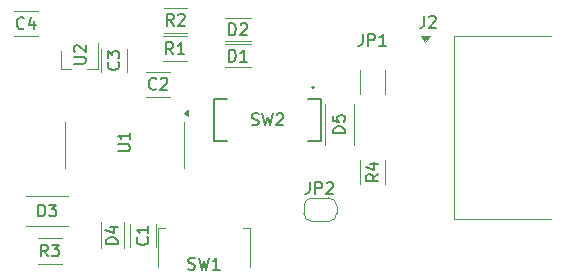
<source format=gbr>
%TF.GenerationSoftware,KiCad,Pcbnew,9.0.0*%
%TF.CreationDate,2025-04-06T18:56:11+05:30*%
%TF.ProjectId,FTDI-UPDI-CH340-Type-c,46544449-2d55-4504-9449-2d4348333430,rev?*%
%TF.SameCoordinates,Original*%
%TF.FileFunction,Legend,Top*%
%TF.FilePolarity,Positive*%
%FSLAX46Y46*%
G04 Gerber Fmt 4.6, Leading zero omitted, Abs format (unit mm)*
G04 Created by KiCad (PCBNEW 9.0.0) date 2025-04-06 18:56:11*
%MOMM*%
%LPD*%
G01*
G04 APERTURE LIST*
%ADD10C,0.150000*%
%ADD11C,0.100000*%
%ADD12C,0.120000*%
%ADD13C,0.127000*%
%ADD14C,0.200000*%
G04 APERTURE END LIST*
D10*
X161254987Y-87090424D02*
X161254987Y-87804709D01*
X161254987Y-87804709D02*
X161207368Y-87947566D01*
X161207368Y-87947566D02*
X161112130Y-88042805D01*
X161112130Y-88042805D02*
X160969273Y-88090424D01*
X160969273Y-88090424D02*
X160874035Y-88090424D01*
X161683559Y-87185662D02*
X161731178Y-87138043D01*
X161731178Y-87138043D02*
X161826416Y-87090424D01*
X161826416Y-87090424D02*
X162064511Y-87090424D01*
X162064511Y-87090424D02*
X162159749Y-87138043D01*
X162159749Y-87138043D02*
X162207368Y-87185662D01*
X162207368Y-87185662D02*
X162254987Y-87280900D01*
X162254987Y-87280900D02*
X162254987Y-87376138D01*
X162254987Y-87376138D02*
X162207368Y-87518995D01*
X162207368Y-87518995D02*
X161635940Y-88090424D01*
X161635940Y-88090424D02*
X162254987Y-88090424D01*
X137809108Y-105864611D02*
X137856728Y-105912230D01*
X137856728Y-105912230D02*
X137904347Y-106055087D01*
X137904347Y-106055087D02*
X137904347Y-106150325D01*
X137904347Y-106150325D02*
X137856728Y-106293182D01*
X137856728Y-106293182D02*
X137761489Y-106388420D01*
X137761489Y-106388420D02*
X137666251Y-106436039D01*
X137666251Y-106436039D02*
X137475775Y-106483658D01*
X137475775Y-106483658D02*
X137332918Y-106483658D01*
X137332918Y-106483658D02*
X137142442Y-106436039D01*
X137142442Y-106436039D02*
X137047204Y-106388420D01*
X137047204Y-106388420D02*
X136951966Y-106293182D01*
X136951966Y-106293182D02*
X136904347Y-106150325D01*
X136904347Y-106150325D02*
X136904347Y-106055087D01*
X136904347Y-106055087D02*
X136951966Y-105912230D01*
X136951966Y-105912230D02*
X136999585Y-105864611D01*
X137904347Y-104912230D02*
X137904347Y-105483658D01*
X137904347Y-105197944D02*
X136904347Y-105197944D01*
X136904347Y-105197944D02*
X137047204Y-105293182D01*
X137047204Y-105293182D02*
X137142442Y-105388420D01*
X137142442Y-105388420D02*
X137190061Y-105483658D01*
X138569800Y-93258774D02*
X138522181Y-93306394D01*
X138522181Y-93306394D02*
X138379324Y-93354013D01*
X138379324Y-93354013D02*
X138284086Y-93354013D01*
X138284086Y-93354013D02*
X138141229Y-93306394D01*
X138141229Y-93306394D02*
X138045991Y-93211155D01*
X138045991Y-93211155D02*
X137998372Y-93115917D01*
X137998372Y-93115917D02*
X137950753Y-92925441D01*
X137950753Y-92925441D02*
X137950753Y-92782584D01*
X137950753Y-92782584D02*
X137998372Y-92592108D01*
X137998372Y-92592108D02*
X138045991Y-92496870D01*
X138045991Y-92496870D02*
X138141229Y-92401632D01*
X138141229Y-92401632D02*
X138284086Y-92354013D01*
X138284086Y-92354013D02*
X138379324Y-92354013D01*
X138379324Y-92354013D02*
X138522181Y-92401632D01*
X138522181Y-92401632D02*
X138569800Y-92449251D01*
X138950753Y-92449251D02*
X138998372Y-92401632D01*
X138998372Y-92401632D02*
X139093610Y-92354013D01*
X139093610Y-92354013D02*
X139331705Y-92354013D01*
X139331705Y-92354013D02*
X139426943Y-92401632D01*
X139426943Y-92401632D02*
X139474562Y-92449251D01*
X139474562Y-92449251D02*
X139522181Y-92544489D01*
X139522181Y-92544489D02*
X139522181Y-92639727D01*
X139522181Y-92639727D02*
X139474562Y-92782584D01*
X139474562Y-92782584D02*
X138903134Y-93354013D01*
X138903134Y-93354013D02*
X139522181Y-93354013D01*
X129392299Y-107474099D02*
X129058966Y-106997908D01*
X128820871Y-107474099D02*
X128820871Y-106474099D01*
X128820871Y-106474099D02*
X129201823Y-106474099D01*
X129201823Y-106474099D02*
X129297061Y-106521718D01*
X129297061Y-106521718D02*
X129344680Y-106569337D01*
X129344680Y-106569337D02*
X129392299Y-106664575D01*
X129392299Y-106664575D02*
X129392299Y-106807432D01*
X129392299Y-106807432D02*
X129344680Y-106902670D01*
X129344680Y-106902670D02*
X129297061Y-106950289D01*
X129297061Y-106950289D02*
X129201823Y-106997908D01*
X129201823Y-106997908D02*
X128820871Y-106997908D01*
X129725633Y-106474099D02*
X130344680Y-106474099D01*
X130344680Y-106474099D02*
X130011347Y-106855051D01*
X130011347Y-106855051D02*
X130154204Y-106855051D01*
X130154204Y-106855051D02*
X130249442Y-106902670D01*
X130249442Y-106902670D02*
X130297061Y-106950289D01*
X130297061Y-106950289D02*
X130344680Y-107045527D01*
X130344680Y-107045527D02*
X130344680Y-107283622D01*
X130344680Y-107283622D02*
X130297061Y-107378860D01*
X130297061Y-107378860D02*
X130249442Y-107426480D01*
X130249442Y-107426480D02*
X130154204Y-107474099D01*
X130154204Y-107474099D02*
X129868490Y-107474099D01*
X129868490Y-107474099D02*
X129773252Y-107426480D01*
X129773252Y-107426480D02*
X129725633Y-107378860D01*
X139997448Y-90344112D02*
X139664115Y-89867921D01*
X139426020Y-90344112D02*
X139426020Y-89344112D01*
X139426020Y-89344112D02*
X139806972Y-89344112D01*
X139806972Y-89344112D02*
X139902210Y-89391731D01*
X139902210Y-89391731D02*
X139949829Y-89439350D01*
X139949829Y-89439350D02*
X139997448Y-89534588D01*
X139997448Y-89534588D02*
X139997448Y-89677445D01*
X139997448Y-89677445D02*
X139949829Y-89772683D01*
X139949829Y-89772683D02*
X139902210Y-89820302D01*
X139902210Y-89820302D02*
X139806972Y-89867921D01*
X139806972Y-89867921D02*
X139426020Y-89867921D01*
X140949829Y-90344112D02*
X140378401Y-90344112D01*
X140664115Y-90344112D02*
X140664115Y-89344112D01*
X140664115Y-89344112D02*
X140568877Y-89486969D01*
X140568877Y-89486969D02*
X140473639Y-89582207D01*
X140473639Y-89582207D02*
X140378401Y-89629826D01*
X146660257Y-96315967D02*
X146803114Y-96363586D01*
X146803114Y-96363586D02*
X147041209Y-96363586D01*
X147041209Y-96363586D02*
X147136447Y-96315967D01*
X147136447Y-96315967D02*
X147184066Y-96268347D01*
X147184066Y-96268347D02*
X147231685Y-96173109D01*
X147231685Y-96173109D02*
X147231685Y-96077871D01*
X147231685Y-96077871D02*
X147184066Y-95982633D01*
X147184066Y-95982633D02*
X147136447Y-95935014D01*
X147136447Y-95935014D02*
X147041209Y-95887395D01*
X147041209Y-95887395D02*
X146850733Y-95839776D01*
X146850733Y-95839776D02*
X146755495Y-95792157D01*
X146755495Y-95792157D02*
X146707876Y-95744538D01*
X146707876Y-95744538D02*
X146660257Y-95649300D01*
X146660257Y-95649300D02*
X146660257Y-95554062D01*
X146660257Y-95554062D02*
X146707876Y-95458824D01*
X146707876Y-95458824D02*
X146755495Y-95411205D01*
X146755495Y-95411205D02*
X146850733Y-95363586D01*
X146850733Y-95363586D02*
X147088828Y-95363586D01*
X147088828Y-95363586D02*
X147231685Y-95411205D01*
X147565019Y-95363586D02*
X147803114Y-96363586D01*
X147803114Y-96363586D02*
X147993590Y-95649300D01*
X147993590Y-95649300D02*
X148184066Y-96363586D01*
X148184066Y-96363586D02*
X148422162Y-95363586D01*
X148755495Y-95458824D02*
X148803114Y-95411205D01*
X148803114Y-95411205D02*
X148898352Y-95363586D01*
X148898352Y-95363586D02*
X149136447Y-95363586D01*
X149136447Y-95363586D02*
X149231685Y-95411205D01*
X149231685Y-95411205D02*
X149279304Y-95458824D01*
X149279304Y-95458824D02*
X149326923Y-95554062D01*
X149326923Y-95554062D02*
X149326923Y-95649300D01*
X149326923Y-95649300D02*
X149279304Y-95792157D01*
X149279304Y-95792157D02*
X148707876Y-96363586D01*
X148707876Y-96363586D02*
X149326923Y-96363586D01*
X154530609Y-97036227D02*
X153530609Y-97036227D01*
X153530609Y-97036227D02*
X153530609Y-96798132D01*
X153530609Y-96798132D02*
X153578228Y-96655275D01*
X153578228Y-96655275D02*
X153673466Y-96560037D01*
X153673466Y-96560037D02*
X153768704Y-96512418D01*
X153768704Y-96512418D02*
X153959180Y-96464799D01*
X153959180Y-96464799D02*
X154102037Y-96464799D01*
X154102037Y-96464799D02*
X154292513Y-96512418D01*
X154292513Y-96512418D02*
X154387751Y-96560037D01*
X154387751Y-96560037D02*
X154482990Y-96655275D01*
X154482990Y-96655275D02*
X154530609Y-96798132D01*
X154530609Y-96798132D02*
X154530609Y-97036227D01*
X153530609Y-95560037D02*
X153530609Y-96036227D01*
X153530609Y-96036227D02*
X154006799Y-96083846D01*
X154006799Y-96083846D02*
X153959180Y-96036227D01*
X153959180Y-96036227D02*
X153911561Y-95940989D01*
X153911561Y-95940989D02*
X153911561Y-95702894D01*
X153911561Y-95702894D02*
X153959180Y-95607656D01*
X153959180Y-95607656D02*
X154006799Y-95560037D01*
X154006799Y-95560037D02*
X154102037Y-95512418D01*
X154102037Y-95512418D02*
X154340132Y-95512418D01*
X154340132Y-95512418D02*
X154435370Y-95560037D01*
X154435370Y-95560037D02*
X154482990Y-95607656D01*
X154482990Y-95607656D02*
X154530609Y-95702894D01*
X154530609Y-95702894D02*
X154530609Y-95940989D01*
X154530609Y-95940989D02*
X154482990Y-96036227D01*
X154482990Y-96036227D02*
X154435370Y-96083846D01*
X131598967Y-91150056D02*
X132408490Y-91150056D01*
X132408490Y-91150056D02*
X132503728Y-91102437D01*
X132503728Y-91102437D02*
X132551348Y-91054818D01*
X132551348Y-91054818D02*
X132598967Y-90959580D01*
X132598967Y-90959580D02*
X132598967Y-90769104D01*
X132598967Y-90769104D02*
X132551348Y-90673866D01*
X132551348Y-90673866D02*
X132503728Y-90626247D01*
X132503728Y-90626247D02*
X132408490Y-90578628D01*
X132408490Y-90578628D02*
X131598967Y-90578628D01*
X131694205Y-90150056D02*
X131646586Y-90102437D01*
X131646586Y-90102437D02*
X131598967Y-90007199D01*
X131598967Y-90007199D02*
X131598967Y-89769104D01*
X131598967Y-89769104D02*
X131646586Y-89673866D01*
X131646586Y-89673866D02*
X131694205Y-89626247D01*
X131694205Y-89626247D02*
X131789443Y-89578628D01*
X131789443Y-89578628D02*
X131884681Y-89578628D01*
X131884681Y-89578628D02*
X132027538Y-89626247D01*
X132027538Y-89626247D02*
X132598967Y-90197675D01*
X132598967Y-90197675D02*
X132598967Y-89578628D01*
X144741053Y-90971769D02*
X144741053Y-89971769D01*
X144741053Y-89971769D02*
X144979148Y-89971769D01*
X144979148Y-89971769D02*
X145122005Y-90019388D01*
X145122005Y-90019388D02*
X145217243Y-90114626D01*
X145217243Y-90114626D02*
X145264862Y-90209864D01*
X145264862Y-90209864D02*
X145312481Y-90400340D01*
X145312481Y-90400340D02*
X145312481Y-90543197D01*
X145312481Y-90543197D02*
X145264862Y-90733673D01*
X145264862Y-90733673D02*
X145217243Y-90828911D01*
X145217243Y-90828911D02*
X145122005Y-90924150D01*
X145122005Y-90924150D02*
X144979148Y-90971769D01*
X144979148Y-90971769D02*
X144741053Y-90971769D01*
X146264862Y-90971769D02*
X145693434Y-90971769D01*
X145979148Y-90971769D02*
X145979148Y-89971769D01*
X145979148Y-89971769D02*
X145883910Y-90114626D01*
X145883910Y-90114626D02*
X145788672Y-90209864D01*
X145788672Y-90209864D02*
X145693434Y-90257483D01*
X128596546Y-104087080D02*
X128596546Y-103087080D01*
X128596546Y-103087080D02*
X128834641Y-103087080D01*
X128834641Y-103087080D02*
X128977498Y-103134699D01*
X128977498Y-103134699D02*
X129072736Y-103229937D01*
X129072736Y-103229937D02*
X129120355Y-103325175D01*
X129120355Y-103325175D02*
X129167974Y-103515651D01*
X129167974Y-103515651D02*
X129167974Y-103658508D01*
X129167974Y-103658508D02*
X129120355Y-103848984D01*
X129120355Y-103848984D02*
X129072736Y-103944222D01*
X129072736Y-103944222D02*
X128977498Y-104039461D01*
X128977498Y-104039461D02*
X128834641Y-104087080D01*
X128834641Y-104087080D02*
X128596546Y-104087080D01*
X129501308Y-103087080D02*
X130120355Y-103087080D01*
X130120355Y-103087080D02*
X129787022Y-103468032D01*
X129787022Y-103468032D02*
X129929879Y-103468032D01*
X129929879Y-103468032D02*
X130025117Y-103515651D01*
X130025117Y-103515651D02*
X130072736Y-103563270D01*
X130072736Y-103563270D02*
X130120355Y-103658508D01*
X130120355Y-103658508D02*
X130120355Y-103896603D01*
X130120355Y-103896603D02*
X130072736Y-103991841D01*
X130072736Y-103991841D02*
X130025117Y-104039461D01*
X130025117Y-104039461D02*
X129929879Y-104087080D01*
X129929879Y-104087080D02*
X129644165Y-104087080D01*
X129644165Y-104087080D02*
X129548927Y-104039461D01*
X129548927Y-104039461D02*
X129501308Y-103991841D01*
X140041496Y-87921464D02*
X139708163Y-87445273D01*
X139470068Y-87921464D02*
X139470068Y-86921464D01*
X139470068Y-86921464D02*
X139851020Y-86921464D01*
X139851020Y-86921464D02*
X139946258Y-86969083D01*
X139946258Y-86969083D02*
X139993877Y-87016702D01*
X139993877Y-87016702D02*
X140041496Y-87111940D01*
X140041496Y-87111940D02*
X140041496Y-87254797D01*
X140041496Y-87254797D02*
X139993877Y-87350035D01*
X139993877Y-87350035D02*
X139946258Y-87397654D01*
X139946258Y-87397654D02*
X139851020Y-87445273D01*
X139851020Y-87445273D02*
X139470068Y-87445273D01*
X140422449Y-87016702D02*
X140470068Y-86969083D01*
X140470068Y-86969083D02*
X140565306Y-86921464D01*
X140565306Y-86921464D02*
X140803401Y-86921464D01*
X140803401Y-86921464D02*
X140898639Y-86969083D01*
X140898639Y-86969083D02*
X140946258Y-87016702D01*
X140946258Y-87016702D02*
X140993877Y-87111940D01*
X140993877Y-87111940D02*
X140993877Y-87207178D01*
X140993877Y-87207178D02*
X140946258Y-87350035D01*
X140946258Y-87350035D02*
X140374830Y-87921464D01*
X140374830Y-87921464D02*
X140993877Y-87921464D01*
X141264469Y-108531711D02*
X141407326Y-108579330D01*
X141407326Y-108579330D02*
X141645421Y-108579330D01*
X141645421Y-108579330D02*
X141740659Y-108531711D01*
X141740659Y-108531711D02*
X141788278Y-108484091D01*
X141788278Y-108484091D02*
X141835897Y-108388853D01*
X141835897Y-108388853D02*
X141835897Y-108293615D01*
X141835897Y-108293615D02*
X141788278Y-108198377D01*
X141788278Y-108198377D02*
X141740659Y-108150758D01*
X141740659Y-108150758D02*
X141645421Y-108103139D01*
X141645421Y-108103139D02*
X141454945Y-108055520D01*
X141454945Y-108055520D02*
X141359707Y-108007901D01*
X141359707Y-108007901D02*
X141312088Y-107960282D01*
X141312088Y-107960282D02*
X141264469Y-107865044D01*
X141264469Y-107865044D02*
X141264469Y-107769806D01*
X141264469Y-107769806D02*
X141312088Y-107674568D01*
X141312088Y-107674568D02*
X141359707Y-107626949D01*
X141359707Y-107626949D02*
X141454945Y-107579330D01*
X141454945Y-107579330D02*
X141693040Y-107579330D01*
X141693040Y-107579330D02*
X141835897Y-107626949D01*
X142169231Y-107579330D02*
X142407326Y-108579330D01*
X142407326Y-108579330D02*
X142597802Y-107865044D01*
X142597802Y-107865044D02*
X142788278Y-108579330D01*
X142788278Y-108579330D02*
X143026374Y-107579330D01*
X143931135Y-108579330D02*
X143359707Y-108579330D01*
X143645421Y-108579330D02*
X143645421Y-107579330D01*
X143645421Y-107579330D02*
X143550183Y-107722187D01*
X143550183Y-107722187D02*
X143454945Y-107817425D01*
X143454945Y-107817425D02*
X143359707Y-107865044D01*
X127378367Y-88134507D02*
X127330748Y-88182127D01*
X127330748Y-88182127D02*
X127187891Y-88229746D01*
X127187891Y-88229746D02*
X127092653Y-88229746D01*
X127092653Y-88229746D02*
X126949796Y-88182127D01*
X126949796Y-88182127D02*
X126854558Y-88086888D01*
X126854558Y-88086888D02*
X126806939Y-87991650D01*
X126806939Y-87991650D02*
X126759320Y-87801174D01*
X126759320Y-87801174D02*
X126759320Y-87658317D01*
X126759320Y-87658317D02*
X126806939Y-87467841D01*
X126806939Y-87467841D02*
X126854558Y-87372603D01*
X126854558Y-87372603D02*
X126949796Y-87277365D01*
X126949796Y-87277365D02*
X127092653Y-87229746D01*
X127092653Y-87229746D02*
X127187891Y-87229746D01*
X127187891Y-87229746D02*
X127330748Y-87277365D01*
X127330748Y-87277365D02*
X127378367Y-87324984D01*
X128235510Y-87563079D02*
X128235510Y-88229746D01*
X127997415Y-87182127D02*
X127759320Y-87896412D01*
X127759320Y-87896412D02*
X128378367Y-87896412D01*
X156037561Y-88632088D02*
X156037561Y-89346373D01*
X156037561Y-89346373D02*
X155989942Y-89489230D01*
X155989942Y-89489230D02*
X155894704Y-89584469D01*
X155894704Y-89584469D02*
X155751847Y-89632088D01*
X155751847Y-89632088D02*
X155656609Y-89632088D01*
X156513752Y-89632088D02*
X156513752Y-88632088D01*
X156513752Y-88632088D02*
X156894704Y-88632088D01*
X156894704Y-88632088D02*
X156989942Y-88679707D01*
X156989942Y-88679707D02*
X157037561Y-88727326D01*
X157037561Y-88727326D02*
X157085180Y-88822564D01*
X157085180Y-88822564D02*
X157085180Y-88965421D01*
X157085180Y-88965421D02*
X157037561Y-89060659D01*
X157037561Y-89060659D02*
X156989942Y-89108278D01*
X156989942Y-89108278D02*
X156894704Y-89155897D01*
X156894704Y-89155897D02*
X156513752Y-89155897D01*
X158037561Y-89632088D02*
X157466133Y-89632088D01*
X157751847Y-89632088D02*
X157751847Y-88632088D01*
X157751847Y-88632088D02*
X157656609Y-88774945D01*
X157656609Y-88774945D02*
X157561371Y-88870183D01*
X157561371Y-88870183D02*
X157466133Y-88917802D01*
X135299123Y-106436039D02*
X134299123Y-106436039D01*
X134299123Y-106436039D02*
X134299123Y-106197944D01*
X134299123Y-106197944D02*
X134346742Y-106055087D01*
X134346742Y-106055087D02*
X134441980Y-105959849D01*
X134441980Y-105959849D02*
X134537218Y-105912230D01*
X134537218Y-105912230D02*
X134727694Y-105864611D01*
X134727694Y-105864611D02*
X134870551Y-105864611D01*
X134870551Y-105864611D02*
X135061027Y-105912230D01*
X135061027Y-105912230D02*
X135156265Y-105959849D01*
X135156265Y-105959849D02*
X135251504Y-106055087D01*
X135251504Y-106055087D02*
X135299123Y-106197944D01*
X135299123Y-106197944D02*
X135299123Y-106436039D01*
X134632456Y-105007468D02*
X135299123Y-105007468D01*
X134251504Y-105245563D02*
X134965789Y-105483658D01*
X134965789Y-105483658D02*
X134965789Y-104864611D01*
X157363967Y-100502271D02*
X156887776Y-100835604D01*
X157363967Y-101073699D02*
X156363967Y-101073699D01*
X156363967Y-101073699D02*
X156363967Y-100692747D01*
X156363967Y-100692747D02*
X156411586Y-100597509D01*
X156411586Y-100597509D02*
X156459205Y-100549890D01*
X156459205Y-100549890D02*
X156554443Y-100502271D01*
X156554443Y-100502271D02*
X156697300Y-100502271D01*
X156697300Y-100502271D02*
X156792538Y-100549890D01*
X156792538Y-100549890D02*
X156840157Y-100597509D01*
X156840157Y-100597509D02*
X156887776Y-100692747D01*
X156887776Y-100692747D02*
X156887776Y-101073699D01*
X156697300Y-99645128D02*
X157363967Y-99645128D01*
X156316348Y-99883223D02*
X157030633Y-100121318D01*
X157030633Y-100121318D02*
X157030633Y-99502271D01*
X135344819Y-98557509D02*
X136154342Y-98557509D01*
X136154342Y-98557509D02*
X136249580Y-98509890D01*
X136249580Y-98509890D02*
X136297200Y-98462271D01*
X136297200Y-98462271D02*
X136344819Y-98367033D01*
X136344819Y-98367033D02*
X136344819Y-98176557D01*
X136344819Y-98176557D02*
X136297200Y-98081319D01*
X136297200Y-98081319D02*
X136249580Y-98033700D01*
X136249580Y-98033700D02*
X136154342Y-97986081D01*
X136154342Y-97986081D02*
X135344819Y-97986081D01*
X136344819Y-96986081D02*
X136344819Y-97557509D01*
X136344819Y-97271795D02*
X135344819Y-97271795D01*
X135344819Y-97271795D02*
X135487676Y-97367033D01*
X135487676Y-97367033D02*
X135582914Y-97462271D01*
X135582914Y-97462271D02*
X135630533Y-97557509D01*
X151566666Y-101165424D02*
X151566666Y-101879709D01*
X151566666Y-101879709D02*
X151519047Y-102022566D01*
X151519047Y-102022566D02*
X151423809Y-102117805D01*
X151423809Y-102117805D02*
X151280952Y-102165424D01*
X151280952Y-102165424D02*
X151185714Y-102165424D01*
X152042857Y-102165424D02*
X152042857Y-101165424D01*
X152042857Y-101165424D02*
X152423809Y-101165424D01*
X152423809Y-101165424D02*
X152519047Y-101213043D01*
X152519047Y-101213043D02*
X152566666Y-101260662D01*
X152566666Y-101260662D02*
X152614285Y-101355900D01*
X152614285Y-101355900D02*
X152614285Y-101498757D01*
X152614285Y-101498757D02*
X152566666Y-101593995D01*
X152566666Y-101593995D02*
X152519047Y-101641614D01*
X152519047Y-101641614D02*
X152423809Y-101689233D01*
X152423809Y-101689233D02*
X152042857Y-101689233D01*
X152995238Y-101260662D02*
X153042857Y-101213043D01*
X153042857Y-101213043D02*
X153138095Y-101165424D01*
X153138095Y-101165424D02*
X153376190Y-101165424D01*
X153376190Y-101165424D02*
X153471428Y-101213043D01*
X153471428Y-101213043D02*
X153519047Y-101260662D01*
X153519047Y-101260662D02*
X153566666Y-101355900D01*
X153566666Y-101355900D02*
X153566666Y-101451138D01*
X153566666Y-101451138D02*
X153519047Y-101593995D01*
X153519047Y-101593995D02*
X152947619Y-102165424D01*
X152947619Y-102165424D02*
X153566666Y-102165424D01*
X135355927Y-91039536D02*
X135403547Y-91087155D01*
X135403547Y-91087155D02*
X135451166Y-91230012D01*
X135451166Y-91230012D02*
X135451166Y-91325250D01*
X135451166Y-91325250D02*
X135403547Y-91468107D01*
X135403547Y-91468107D02*
X135308308Y-91563345D01*
X135308308Y-91563345D02*
X135213070Y-91610964D01*
X135213070Y-91610964D02*
X135022594Y-91658583D01*
X135022594Y-91658583D02*
X134879737Y-91658583D01*
X134879737Y-91658583D02*
X134689261Y-91610964D01*
X134689261Y-91610964D02*
X134594023Y-91563345D01*
X134594023Y-91563345D02*
X134498785Y-91468107D01*
X134498785Y-91468107D02*
X134451166Y-91325250D01*
X134451166Y-91325250D02*
X134451166Y-91230012D01*
X134451166Y-91230012D02*
X134498785Y-91087155D01*
X134498785Y-91087155D02*
X134546404Y-91039536D01*
X134451166Y-90706202D02*
X134451166Y-90087155D01*
X134451166Y-90087155D02*
X134832118Y-90420488D01*
X134832118Y-90420488D02*
X134832118Y-90277631D01*
X134832118Y-90277631D02*
X134879737Y-90182393D01*
X134879737Y-90182393D02*
X134927356Y-90134774D01*
X134927356Y-90134774D02*
X135022594Y-90087155D01*
X135022594Y-90087155D02*
X135260689Y-90087155D01*
X135260689Y-90087155D02*
X135355927Y-90134774D01*
X135355927Y-90134774D02*
X135403547Y-90182393D01*
X135403547Y-90182393D02*
X135451166Y-90277631D01*
X135451166Y-90277631D02*
X135451166Y-90563345D01*
X135451166Y-90563345D02*
X135403547Y-90658583D01*
X135403547Y-90658583D02*
X135355927Y-90706202D01*
X144755516Y-88740106D02*
X144755516Y-87740106D01*
X144755516Y-87740106D02*
X144993611Y-87740106D01*
X144993611Y-87740106D02*
X145136468Y-87787725D01*
X145136468Y-87787725D02*
X145231706Y-87882963D01*
X145231706Y-87882963D02*
X145279325Y-87978201D01*
X145279325Y-87978201D02*
X145326944Y-88168677D01*
X145326944Y-88168677D02*
X145326944Y-88311534D01*
X145326944Y-88311534D02*
X145279325Y-88502010D01*
X145279325Y-88502010D02*
X145231706Y-88597248D01*
X145231706Y-88597248D02*
X145136468Y-88692487D01*
X145136468Y-88692487D02*
X144993611Y-88740106D01*
X144993611Y-88740106D02*
X144755516Y-88740106D01*
X145707897Y-87835344D02*
X145755516Y-87787725D01*
X145755516Y-87787725D02*
X145850754Y-87740106D01*
X145850754Y-87740106D02*
X146088849Y-87740106D01*
X146088849Y-87740106D02*
X146184087Y-87787725D01*
X146184087Y-87787725D02*
X146231706Y-87835344D01*
X146231706Y-87835344D02*
X146279325Y-87930582D01*
X146279325Y-87930582D02*
X146279325Y-88025820D01*
X146279325Y-88025820D02*
X146231706Y-88168677D01*
X146231706Y-88168677D02*
X145660278Y-88740106D01*
X145660278Y-88740106D02*
X146279325Y-88740106D01*
D11*
%TO.C,J2*%
X163767148Y-104272605D02*
X172022148Y-104272605D01*
X163767148Y-88778605D02*
X163767148Y-104272605D01*
X172022148Y-88778605D02*
X163767148Y-88778605D01*
X161354148Y-89286605D02*
X160973148Y-88778605D01*
X161735148Y-88778605D01*
X161354148Y-89286605D01*
G36*
X161354148Y-89286605D02*
G01*
X160973148Y-88778605D01*
X161735148Y-88778605D01*
X161354148Y-89286605D01*
G37*
D12*
%TO.C,C1*%
X136379528Y-106697945D02*
X136379528Y-104697945D01*
X138519528Y-104697945D02*
X138519528Y-106697945D01*
%TO.C,C2*%
X139736467Y-93969194D02*
X137736467Y-93969194D01*
X137736467Y-91829194D02*
X139736467Y-91829194D01*
%TO.C,R3*%
X130558966Y-108089280D02*
X128558966Y-108089280D01*
X128558966Y-105949280D02*
X130558966Y-105949280D01*
%TO.C,R1*%
X141164115Y-90959293D02*
X139164115Y-90959293D01*
X139164115Y-88819293D02*
X141164115Y-88819293D01*
D13*
%TO.C,SW2*%
X143493590Y-97708767D02*
X144573590Y-97708767D01*
X151413590Y-97708767D02*
X152493590Y-97708767D01*
X152493590Y-97708767D02*
X152493590Y-94108767D01*
X143493590Y-94108767D02*
X143493590Y-97708767D01*
X144573590Y-94108767D02*
X143493590Y-94108767D01*
X152493590Y-94108767D02*
X151413590Y-94108767D01*
D14*
X151933590Y-93158767D02*
G75*
G02*
X151733590Y-93158767I-100000J0D01*
G01*
X151733590Y-93158767D02*
G75*
G02*
X151933590Y-93158767I100000J0D01*
G01*
D12*
%TO.C,D5*%
X152825790Y-94548133D02*
X152825790Y-98048133D01*
X155325790Y-94548133D02*
X155325790Y-98048133D01*
%TO.C,U2*%
X130467631Y-91570605D02*
X131397631Y-91570605D01*
X130467631Y-91570605D02*
X130467631Y-90110605D01*
X133627631Y-91570605D02*
X132697631Y-91570605D01*
X133627631Y-91570605D02*
X133627631Y-89410605D01*
%TO.C,D1*%
X146579148Y-91466950D02*
X144379148Y-91466950D01*
X146579148Y-89516950D02*
X144379148Y-89516950D01*
%TO.C,D3*%
X131084641Y-104882261D02*
X127584641Y-104882261D01*
X131084641Y-102382261D02*
X127584641Y-102382261D01*
%TO.C,R2*%
X141208163Y-88536645D02*
X139208163Y-88536645D01*
X139208163Y-86396645D02*
X141208163Y-86396645D01*
%TO.C,SW1*%
X146497802Y-108354511D02*
X146497802Y-105054511D01*
X138697802Y-105054511D02*
X138697802Y-108354511D01*
X138697802Y-105054511D02*
X139297802Y-105054511D01*
X146497802Y-105054511D02*
X145897802Y-105054511D01*
%TO.C,C4*%
X128545034Y-88844927D02*
X126545034Y-88844927D01*
X126545034Y-86704927D02*
X128545034Y-86704927D01*
%TO.C,JP1*%
X155839148Y-93715605D02*
X155839148Y-91715605D01*
X157979148Y-91715605D02*
X157979148Y-93715605D01*
%TO.C,D4*%
X133894304Y-106797945D02*
X133894304Y-104597945D01*
X135844304Y-106797945D02*
X135844304Y-104597945D01*
%TO.C,R4*%
X155839148Y-101335605D02*
X155839148Y-99335605D01*
X157979148Y-99335605D02*
X157979148Y-101335605D01*
%TO.C,U1*%
X130830000Y-98020001D02*
X130830000Y-99970001D01*
X130830000Y-98020001D02*
X130830000Y-96070001D01*
X140950000Y-98020001D02*
X140950000Y-99970001D01*
X140950000Y-98020001D02*
X140950000Y-96070001D01*
X141225000Y-95560001D02*
X140895000Y-95320001D01*
X141225000Y-95080001D01*
X141225000Y-95560001D01*
G36*
X141225000Y-95560001D02*
G01*
X140895000Y-95320001D01*
X141225000Y-95080001D01*
X141225000Y-95560001D01*
G37*
%TO.C,JP2*%
X153164148Y-104510605D02*
X151764148Y-104510605D01*
X151064148Y-103810605D02*
X151064148Y-103210605D01*
X153864148Y-103210605D02*
X153864148Y-103810605D01*
X151764148Y-102510605D02*
X153164148Y-102510605D01*
X151764148Y-104510605D02*
G75*
G02*
X151064148Y-103810605I-1J699999D01*
G01*
X153864148Y-103810605D02*
G75*
G02*
X153164148Y-104510605I-700000J0D01*
G01*
X151064148Y-103210605D02*
G75*
G02*
X151764148Y-102510605I699999J1D01*
G01*
X153164148Y-102510605D02*
G75*
G02*
X153864148Y-103210605I0J-700000D01*
G01*
%TO.C,C3*%
X133926347Y-91872870D02*
X133926347Y-89872870D01*
X136066347Y-89872870D02*
X136066347Y-91872870D01*
%TO.C,D2*%
X146593611Y-89235287D02*
X144393611Y-89235287D01*
X146593611Y-87285287D02*
X144393611Y-87285287D01*
%TD*%
M02*

</source>
